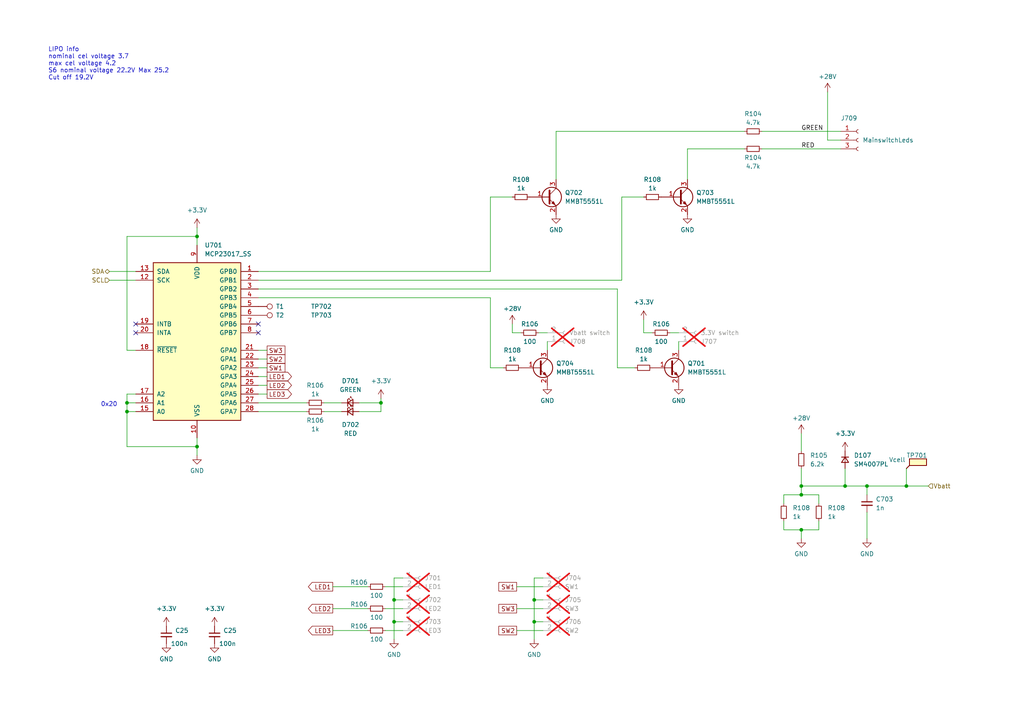
<source format=kicad_sch>
(kicad_sch (version 20230121) (generator eeschema)
  (paper "A4")
  (lib_symbols
    (symbol "Connector:Conn_01x02_Socket" (pin_names (offset 1.016) hide)
      (property "Reference" "J" (at 0 2.54 0))
      (property "Value" "Conn_01x02_Socket" (at 0 -5.08 0))
      (symbol "Conn_01x02_Socket_1_1"
        (arc (start 0 -2.032) (mid -0.5058 -2.54) (end 0 -3.048) (stroke (width 0.1524)))
        (polyline (pts (xy -1.27 -2.54) (xy -0.508 -2.54)) (stroke (width 0.1524)))
        (polyline (pts (xy -1.27 0) (xy -0.508 0)) (stroke (width 0.1524)))
        (arc (start 0 0.508) (mid -0.5058 0) (end 0 -0.508) (stroke (width 0.1524)))
        (pin passive line (at -5.08 0 0) (length 3.81) (name "Pin_1") (number "1"))
        (pin passive line (at -5.08 -2.54 0) (length 3.81) (name "Pin_2") (number "2"))
      )
    )
    (symbol "Connector:Conn_01x03_Socket" (pin_names (offset 1.016) hide)
      (property "Reference" "J" (at 0 5.08 0))
      (property "Value" "Conn_01x03_Socket" (at 0 -5.08 0))
      (symbol "Conn_01x03_Socket_1_1"
        (arc (start 0 -2.032) (mid -0.5058 -2.54) (end 0 -3.048) (stroke (width 0.1524)))
        (polyline (pts (xy -1.27 -2.54) (xy -0.508 -2.54)) (stroke (width 0.1524)))
        (polyline (pts (xy -1.27 0) (xy -0.508 0)) (stroke (width 0.1524)))
        (polyline (pts (xy -1.27 2.54) (xy -0.508 2.54)) (stroke (width 0.1524)))
        (arc (start 0 0.508) (mid -0.5058 0) (end 0 -0.508) (stroke (width 0.1524)))
        (arc (start 0 3.048) (mid -0.5058 2.54) (end 0 2.032) (stroke (width 0.1524)))
        (pin passive line (at -5.08 2.54 0) (length 3.81) (name "Pin_1") (number "1"))
        (pin passive line (at -5.08 0 0) (length 3.81) (name "Pin_2") (number "2"))
        (pin passive line (at -5.08 -2.54 0) (length 3.81) (name "Pin_3") (number "3"))
      )
    )
    (symbol "Connector:TestPoint" (pin_numbers hide) (pin_names (offset 0.762) hide)
      (property "Reference" "TP" (at 0 6.858 0))
      (property "Value" "TestPoint" (at 0 5.08 0))
      (symbol "TestPoint_0_1"
        (circle (center 0 3.302) (radius 0.762))
      )
      (symbol "TestPoint_1_1"
        (pin passive line (at 0 0 90) (length 2.54) (name "1") (number "1"))
      )
    )
    (symbol "Connector:TestPoint_Flag" (pin_numbers hide) (pin_names (offset 0.762) hide)
      (property "Reference" "TP" (at 3.429 1.778 0))
      (property "Value" "TestPoint_Flag" (at 3.302 4.191 0))
      (symbol "TestPoint_Flag_0_1"
        (polyline (pts (xy 0 0) (xy 0.889 0.889)) (stroke (width 0.254)))
        (rectangle (start 0.889 2.794) (end 5.842 0.889) (stroke (width 0.254)) (fill (type background)))
      )
      (symbol "TestPoint_Flag_1_1"
        (pin passive line (at 0 0 90) (length 0) (name "1") (number "1"))
      )
    )
    (symbol "Device:C_Small" (pin_numbers hide) (pin_names (offset 0.254) hide)
      (property "Reference" "C" (at 0.254 1.778 0))
      (property "Value" "C_Small" (at 0.254 -2.032 0))
      (symbol "C_Small_0_1"
        (polyline (pts (xy -1.524 -0.508) (xy 1.524 -0.508)) (stroke (width 0.3302)))
        (polyline (pts (xy -1.524 0.508) (xy 1.524 0.508)) (stroke (width 0.3048)))
      )
      (symbol "C_Small_1_1"
        (pin passive line (at 0 2.54 270) (length 2.032) (name "~") (number "1"))
        (pin passive line (at 0 -2.54 90) (length 2.032) (name "~") (number "2"))
      )
    )
    (symbol "Device:D_Small" (pin_numbers hide) (pin_names (offset 0.254) hide)
      (property "Reference" "D" (at -1.27 2.032 0))
      (property "Value" "D_Small" (at -3.81 -2.032 0))
      (symbol "D_Small_0_1"
        (polyline (pts (xy -0.762 -1.016) (xy -0.762 1.016)) (stroke (width 0.254)))
        (polyline (pts (xy -0.762 0) (xy 0.762 0)))
        (polyline (pts (xy 0.762 -1.016) (xy -0.762 0) (xy 0.762 1.016) (xy 0.762 -1.016)) (stroke (width 0.254)))
      )
      (symbol "D_Small_1_1"
        (pin passive line (at -2.54 0 0) (length 1.778) (name "K") (number "1"))
        (pin passive line (at 2.54 0 180) (length 1.778) (name "A") (number "2"))
      )
    )
    (symbol "Device:LED_Small" (pin_numbers hide) (pin_names (offset 0.254) hide)
      (property "Reference" "D" (at -1.27 3.175 0))
      (property "Value" "LED_Small" (at -4.445 -2.54 0))
      (symbol "LED_Small_0_1"
        (polyline (pts (xy -0.762 -1.016) (xy -0.762 1.016)) (stroke (width 0.254)))
        (polyline (pts (xy 1.016 0) (xy -0.762 0)))
        (polyline (pts (xy 0.762 -1.016) (xy -0.762 0) (xy 0.762 1.016) (xy 0.762 -1.016)) (stroke (width 0.254)))
        (polyline (pts (xy 0 0.762) (xy -0.508 1.27) (xy -0.254 1.27) (xy -0.508 1.27) (xy -0.508 1.016)))
        (polyline (pts (xy 0.508 1.27) (xy 0 1.778) (xy 0.254 1.778) (xy 0 1.778) (xy 0 1.524)))
      )
      (symbol "LED_Small_1_1"
        (pin passive line (at -2.54 0 0) (length 1.778) (name "K") (number "1"))
        (pin passive line (at 2.54 0 180) (length 1.778) (name "A") (number "2"))
      )
    )
    (symbol "Device:R_Small" (pin_numbers hide) (pin_names (offset 0.254) hide)
      (property "Reference" "R" (at 0.762 0.508 0))
      (property "Value" "R_Small" (at 0.762 -1.016 0))
      (symbol "R_Small_0_1"
        (rectangle (start -0.762 1.778) (end 0.762 -1.778) (stroke (width 0.2032)))
      )
      (symbol "R_Small_1_1"
        (pin passive line (at 0 2.54 270) (length 0.762) (name "~") (number "1"))
        (pin passive line (at 0 -2.54 90) (length 0.762) (name "~") (number "2"))
      )
    )
    (symbol "Interface_Expansion:MCP23017_SS" (pin_names (offset 1.016))
      (property "Reference" "U" (at -11.43 24.13 0))
      (property "Value" "MCP23017_SS" (at 0 0 0))
      (symbol "MCP23017_SS_0_1"
        (rectangle (start -12.7 22.86) (end 12.7 -22.86) (stroke (width 0.254)) (fill (type background)))
      )
      (symbol "MCP23017_SS_1_1"
        (pin bidirectional line (at 17.78 20.32 180) (length 5.08) (name "GPB0") (number "1"))
        (pin power_in line (at 0 -27.94 90) (length 5.08) (name "VSS") (number "10"))
        (pin no_connect line (at -12.7 15.24 0) (length 5.08) hide (name "NC") (number "11"))
        (pin input line (at -17.78 17.78 0) (length 5.08) (name "SCK") (number "12"))
        (pin bidirectional line (at -17.78 20.32 0) (length 5.08) (name "SDA") (number "13"))
        (pin no_connect line (at -12.7 12.7 0) (length 5.08) hide (name "NC") (number "14"))
        (pin input line (at -17.78 -20.32 0) (length 5.08) (name "A0") (number "15"))
        (pin input line (at -17.78 -17.78 0) (length 5.08) (name "A1") (number "16"))
        (pin input line (at -17.78 -15.24 0) (length 5.08) (name "A2") (number "17"))
        (pin input line (at -17.78 -2.54 0) (length 5.08) (name "~{RESET}") (number "18"))
        (pin tri_state line (at -17.78 5.08 0) (length 5.08) (name "INTB") (number "19"))
        (pin bidirectional line (at 17.78 17.78 180) (length 5.08) (name "GPB1") (number "2"))
        (pin tri_state line (at -17.78 2.54 0) (length 5.08) (name "INTA") (number "20"))
        (pin bidirectional line (at 17.78 -2.54 180) (length 5.08) (name "GPA0") (number "21"))
        (pin bidirectional line (at 17.78 -5.08 180) (length 5.08) (name "GPA1") (number "22"))
        (pin bidirectional line (at 17.78 -7.62 180) (length 5.08) (name "GPA2") (number "23"))
        (pin bidirectional line (at 17.78 -10.16 180) (length 5.08) (name "GPA3") (number "24"))
        (pin bidirectional line (at 17.78 -12.7 180) (length 5.08) (name "GPA4") (number "25"))
        (pin bidirectional line (at 17.78 -15.24 180) (length 5.08) (name "GPA5") (number "26"))
        (pin bidirectional line (at 17.78 -17.78 180) (length 5.08) (name "GPA6") (number "27"))
        (pin bidirectional line (at 17.78 -20.32 180) (length 5.08) (name "GPA7") (number "28"))
        (pin bidirectional line (at 17.78 15.24 180) (length 5.08) (name "GPB2") (number "3"))
        (pin bidirectional line (at 17.78 12.7 180) (length 5.08) (name "GPB3") (number "4"))
        (pin bidirectional line (at 17.78 10.16 180) (length 5.08) (name "GPB4") (number "5"))
        (pin bidirectional line (at 17.78 7.62 180) (length 5.08) (name "GPB5") (number "6"))
        (pin bidirectional line (at 17.78 5.08 180) (length 5.08) (name "GPB6") (number "7"))
        (pin bidirectional line (at 17.78 2.54 180) (length 5.08) (name "GPB7") (number "8"))
        (pin power_in line (at 0 27.94 270) (length 5.08) (name "VDD") (number "9"))
      )
    )
    (symbol "Transistor_BJT:MMBT5551L" (pin_names (offset 0) hide)
      (property "Reference" "Q" (at 5.08 1.905 0))
      (property "Value" "MMBT5551L" (at 5.08 0 0))
      (symbol "MMBT5551L_0_1"
        (polyline (pts (xy 0.635 0.635) (xy 2.54 2.54)))
        (polyline (pts (xy 0.635 -0.635) (xy 2.54 -2.54) (xy 2.54 -2.54)))
        (polyline (pts (xy 0.635 1.905) (xy 0.635 -1.905) (xy 0.635 -1.905)) (stroke (width 0.508)))
        (polyline (pts (xy 1.27 -1.778) (xy 1.778 -1.27) (xy 2.286 -2.286) (xy 1.27 -1.778) (xy 1.27 -1.778)) (fill (type outline)))
        (circle (center 1.27 0) (radius 2.8194) (stroke (width 0.254)))
      )
      (symbol "MMBT5551L_1_1"
        (pin input line (at -5.08 0 0) (length 5.715) (name "B") (number "1"))
        (pin passive line (at 2.54 -5.08 90) (length 2.54) (name "E") (number "2"))
        (pin passive line (at 2.54 5.08 270) (length 2.54) (name "C") (number "3"))
      )
    )
    (symbol "power:+28V" (power) (pin_names (offset 0))
      (property "Value" "+28V" (at 0 3.81 0))
      (symbol "+28V_0_1"
        (polyline (pts (xy -0.762 1.27) (xy 0 2.54)))
        (polyline (pts (xy 0 0) (xy 0 2.54)))
        (polyline (pts (xy 0 2.54) (xy 0.762 1.27)))
      )
      (symbol "+28V_1_1"
        (pin power_in line (at 0 0 90) (length 0) hide (name "+28V") (number "1"))
      )
    )
    (symbol "power:+3.3V" (power) (pin_names (offset 0))
      (property "Value" "+3.3V" (at 0 3.556 0))
      (symbol "+3.3V_0_1"
        (polyline (pts (xy -0.762 1.27) (xy 0 2.54)))
        (polyline (pts (xy 0 0) (xy 0 2.54)))
        (polyline (pts (xy 0 2.54) (xy 0.762 1.27)))
      )
      (symbol "+3.3V_1_1"
        (pin power_in line (at 0 0 90) (length 0) hide (name "+3.3V") (number "1"))
      )
    )
    (symbol "power:GND" (power) (pin_names (offset 0))
      (property "Value" "GND" (at 0 -3.81 0))
      (symbol "GND_0_1"
        (polyline (pts (xy 0 0) (xy 0 -1.27) (xy 1.27 -1.27) (xy 0 -2.54) (xy -1.27 -1.27) (xy 0 -1.27)))
      )
      (symbol "GND_1_1"
        (pin power_in line (at 0 0 270) (length 0) hide (name "GND") (number "1"))
      )
    )
  )
  (junction (at 57.15 129.54))
  (junction (at 110.49 116.84))
  (junction (at 251.46 140.97))
  (junction (at 154.94 180.34))
  (junction (at 262.89 140.97))
  (junction (at 245.11 140.97))
  (junction (at 114.3 173.99))
  (junction (at 36.83 119.38))
  (junction (at 232.41 153.67))
  (junction (at 154.94 173.99))
  (junction (at 232.41 143.51))
  (junction (at 232.41 140.97))
  (junction (at 57.15 68.58))
  (junction (at 114.3 180.34))
  (junction (at 36.83 116.84))
  (no_connect (at 39.37 96.52))
  (no_connect (at 74.93 93.98))
  (no_connect (at 74.93 96.52))
  (no_connect (at 39.37 93.98))
  (wire (pts (xy 36.83 68.58) (xy 36.83 101.6)))
  (wire (pts (xy 215.9 38.1) (xy 161.29 38.1)))
  (wire (pts (xy 96.52 182.88) (xy 106.68 182.88)))
  (wire (pts (xy 232.41 153.67) (xy 237.49 153.67)))
  (wire (pts (xy 215.9 43.18) (xy 199.39 43.18)))
  (wire (pts (xy 111.76 170.18) (xy 116.84 170.18)))
  (wire (pts (xy 154.94 180.34) (xy 154.94 185.42)))
  (wire (pts (xy 36.83 129.54) (xy 57.15 129.54)))
  (wire (pts (xy 36.83 116.84) (xy 39.37 116.84)))
  (wire (pts (xy 114.3 173.99) (xy 116.84 173.99)))
  (wire (pts (xy 36.83 119.38) (xy 36.83 129.54)))
  (wire (pts (xy 74.93 111.76) (xy 77.47 111.76)))
  (wire (pts (xy 232.41 140.97) (xy 245.11 140.97)))
  (wire (pts (xy 142.24 86.36) (xy 142.24 106.68)))
  (wire (pts (xy 74.93 81.28) (xy 180.34 81.28)))
  (wire (pts (xy 180.34 57.15) (xy 186.69 57.15)))
  (wire (pts (xy 111.76 182.88) (xy 116.84 182.88)))
  (wire (pts (xy 227.33 143.51) (xy 227.33 146.05)))
  (wire (pts (xy 148.59 96.52) (xy 151.13 96.52)))
  (wire (pts (xy 57.15 68.58) (xy 36.83 68.58)))
  (wire (pts (xy 232.41 153.67) (xy 227.33 153.67)))
  (wire (pts (xy 96.52 176.53) (xy 106.68 176.53)))
  (wire (pts (xy 114.3 180.34) (xy 116.84 180.34)))
  (wire (pts (xy 154.94 167.64) (xy 154.94 173.99)))
  (wire (pts (xy 142.24 106.68) (xy 146.05 106.68)))
  (wire (pts (xy 240.03 26.67) (xy 240.03 40.64)))
  (wire (pts (xy 232.41 140.97) (xy 232.41 143.51)))
  (wire (pts (xy 110.49 116.84) (xy 110.49 119.38)))
  (wire (pts (xy 36.83 114.3) (xy 36.83 116.84)))
  (wire (pts (xy 179.07 83.82) (xy 74.93 83.82)))
  (wire (pts (xy 36.83 101.6) (xy 39.37 101.6)))
  (wire (pts (xy 179.07 83.82) (xy 179.07 106.68)))
  (wire (pts (xy 179.07 106.68) (xy 184.15 106.68)))
  (wire (pts (xy 74.93 104.14) (xy 77.47 104.14)))
  (wire (pts (xy 110.49 119.38) (xy 104.14 119.38)))
  (wire (pts (xy 96.52 170.18) (xy 106.68 170.18)))
  (wire (pts (xy 199.39 43.18) (xy 199.39 52.07)))
  (wire (pts (xy 74.93 86.36) (xy 142.24 86.36)))
  (wire (pts (xy 149.86 170.18) (xy 157.48 170.18)))
  (wire (pts (xy 148.59 57.15) (xy 142.24 57.15)))
  (wire (pts (xy 114.3 180.34) (xy 114.3 185.42)))
  (wire (pts (xy 93.98 116.84) (xy 99.06 116.84)))
  (wire (pts (xy 57.15 132.08) (xy 57.15 129.54)))
  (wire (pts (xy 31.75 78.74) (xy 39.37 78.74)))
  (wire (pts (xy 240.03 40.64) (xy 243.84 40.64)))
  (wire (pts (xy 57.15 129.54) (xy 57.15 127)))
  (wire (pts (xy 154.94 173.99) (xy 157.48 173.99)))
  (wire (pts (xy 157.48 167.64) (xy 154.94 167.64)))
  (wire (pts (xy 262.89 140.97) (xy 269.24 140.97)))
  (wire (pts (xy 39.37 114.3) (xy 36.83 114.3)))
  (wire (pts (xy 116.84 167.64) (xy 114.3 167.64)))
  (wire (pts (xy 220.98 43.18) (xy 243.84 43.18)))
  (wire (pts (xy 114.3 173.99) (xy 114.3 180.34)))
  (wire (pts (xy 189.23 96.52) (xy 186.69 96.52)))
  (wire (pts (xy 194.31 96.52) (xy 196.85 96.52)))
  (wire (pts (xy 110.49 115.57) (xy 110.49 116.84)))
  (wire (pts (xy 251.46 140.97) (xy 262.89 140.97)))
  (wire (pts (xy 149.86 176.53) (xy 157.48 176.53)))
  (wire (pts (xy 57.15 68.58) (xy 57.15 71.12)))
  (wire (pts (xy 111.76 176.53) (xy 116.84 176.53)))
  (wire (pts (xy 149.86 182.88) (xy 157.48 182.88)))
  (wire (pts (xy 251.46 140.97) (xy 251.46 143.51)))
  (wire (pts (xy 220.98 38.1) (xy 243.84 38.1)))
  (wire (pts (xy 232.41 125.73) (xy 232.41 130.81)))
  (wire (pts (xy 74.93 114.3) (xy 77.47 114.3)))
  (wire (pts (xy 57.15 66.04) (xy 57.15 68.58)))
  (wire (pts (xy 142.24 57.15) (xy 142.24 78.74)))
  (wire (pts (xy 196.85 99.06) (xy 196.85 101.6)))
  (wire (pts (xy 93.98 119.38) (xy 99.06 119.38)))
  (wire (pts (xy 36.83 119.38) (xy 39.37 119.38)))
  (wire (pts (xy 156.21 96.52) (xy 158.75 96.52)))
  (wire (pts (xy 245.11 135.89) (xy 245.11 140.97)))
  (wire (pts (xy 74.93 78.74) (xy 142.24 78.74)))
  (wire (pts (xy 237.49 146.05) (xy 237.49 143.51)))
  (wire (pts (xy 251.46 148.59) (xy 251.46 156.21)))
  (wire (pts (xy 232.41 153.67) (xy 232.41 156.21)))
  (wire (pts (xy 232.41 143.51) (xy 227.33 143.51)))
  (wire (pts (xy 262.89 135.89) (xy 262.89 140.97)))
  (wire (pts (xy 186.69 96.52) (xy 186.69 92.71)))
  (wire (pts (xy 237.49 151.13) (xy 237.49 153.67)))
  (wire (pts (xy 161.29 38.1) (xy 161.29 52.07)))
  (wire (pts (xy 154.94 180.34) (xy 157.48 180.34)))
  (wire (pts (xy 180.34 81.28) (xy 180.34 57.15)))
  (wire (pts (xy 154.94 173.99) (xy 154.94 180.34)))
  (wire (pts (xy 148.59 93.98) (xy 148.59 96.52)))
  (wire (pts (xy 74.93 119.38) (xy 88.9 119.38)))
  (wire (pts (xy 74.93 109.22) (xy 77.47 109.22)))
  (wire (pts (xy 74.93 106.68) (xy 77.47 106.68)))
  (wire (pts (xy 104.14 116.84) (xy 110.49 116.84)))
  (wire (pts (xy 74.93 101.6) (xy 77.47 101.6)))
  (wire (pts (xy 36.83 116.84) (xy 36.83 119.38)))
  (wire (pts (xy 245.11 140.97) (xy 251.46 140.97)))
  (wire (pts (xy 74.93 116.84) (xy 88.9 116.84)))
  (wire (pts (xy 227.33 151.13) (xy 227.33 153.67)))
  (wire (pts (xy 114.3 167.64) (xy 114.3 173.99)))
  (wire (pts (xy 31.75 81.28) (xy 39.37 81.28)))
  (wire (pts (xy 232.41 135.89) (xy 232.41 140.97)))
  (wire (pts (xy 158.75 99.06) (xy 158.75 101.6)))
  (wire (pts (xy 237.49 143.51) (xy 232.41 143.51)))
  (text "LIPO info\nnominal cel voltage 3.7\nmax cel voltage 4.2\nS6 nominal voltage 22.2V Max 25.2\nCut off 19.2V\n\n" (at 13.97 25.4 0) (effects (font (size 1.27 1.27)) (justify left bottom)))
  (text "0x20" (at 29.21 118.11 0) (effects (font (size 1.27 1.27)) (justify left bottom)))
  (label "GREEN" (at 232.41 38.1 0))
  (label "RED" (at 232.41 43.18 0))
  (global_label "SW2" (shape passive) (at 149.86 182.88 180) (property "Intersheetrefs" "${INTERSHEET_REFS}" (effects hide)))
  (global_label "SW1" (shape passive) (at 149.86 170.18 180) (property "Intersheetrefs" "${INTERSHEET_REFS}" (effects hide)))
  (global_label "LED2" (shape output) (at 96.52 176.53 180) (property "Intersheetrefs" "${INTERSHEET_REFS}" (effects hide)))
  (global_label "LED3" (shape output) (at 77.47 114.3 0) (property "Intersheetrefs" "${INTERSHEET_REFS}" (effects hide)))
  (global_label "LED1" (shape output) (at 77.47 109.22 0) (property "Intersheetrefs" "${INTERSHEET_REFS}" (effects hide)))
  (global_label "LED3" (shape output) (at 96.52 182.88 180) (property "Intersheetrefs" "${INTERSHEET_REFS}" (effects hide)))
  (global_label "LED1" (shape output) (at 96.52 170.18 180) (property "Intersheetrefs" "${INTERSHEET_REFS}" (effects hide)))
  (global_label "SW3" (shape passive) (at 149.86 176.53 180) (property "Intersheetrefs" "${INTERSHEET_REFS}" (effects hide)))
  (global_label "LED2" (shape output) (at 77.47 111.76 0) (property "Intersheetrefs" "${INTERSHEET_REFS}" (effects hide)))
  (global_label "SW3" (shape passive) (at 77.47 101.6 0) (property "Intersheetrefs" "${INTERSHEET_REFS}" (effects hide)))
  (global_label "SW1" (shape passive) (at 77.47 106.68 0) (property "Intersheetrefs" "${INTERSHEET_REFS}" (effects hide)))
  (global_label "SW2" (shape passive) (at 77.47 104.14 0) (property "Intersheetrefs" "${INTERSHEET_REFS}" (effects hide)))
  (hierarchical_label "SDA" (shape bidirectional) (at 31.75 78.74 180))
  (hierarchical_label "Vbatt" (shape input) (at 269.24 140.97 0))
  (hierarchical_label "SCL" (shape input) (at 31.75 81.28 180))
  (symbol (lib_id "Connector:Conn_01x02_Socket") (at 162.56 167.64 0) (unit 1) (in_bom no) (dnp yes)
    (property "Reference" "J704" (at 163.83 167.64 0) (effects (justify left)))
    (property "Value" "SW1" (at 163.83 170.18 0) (effects (justify left)))
    (property "Footprint" "Connector_JST:JST_XH_B2B-XH-A_1x02_P2.50mm_Vertical" (effects hide))
    (property "LCSC" "C158012" (effects hide))
  )
  (symbol (lib_id "Device:R_Small") (at 237.49 148.59 0) (unit 1)
    (property "Reference" "R108" (at 240.03 147.32 0) (effects (justify left)))
    (property "Value" "1k" (at 240.03 149.86 0) (effects (justify left)))
    (property "Footprint" "A_Device:R_0603" (effects hide))
    (instances (project "Nice-Buoy-V1_1" (path "" (reference "R108") (unit 1)) (path "" (reference "R716") (unit 1))))
  )
  (symbol (lib_id "Transistor_BJT:MMBT5551L") (at 194.31 106.68 0) (unit 1)
    (property "Reference" "Q701" (at 199.39 105.41 0) (effects (justify left)))
    (property "Value" "MMBT5551L" (at 199.39 107.95 0) (effects (justify left)))
    (property "Footprint" "Package_TO_SOT_SMD:SOT-23" (effects hide))
    (property "Datasheet" "www.onsemi.com/pub/Collateral/MMBT5550LT1-D.PDF" (effects hide))
  )
  (symbol (lib_id "Connector:Conn_01x02_Socket") (at 162.56 173.99 0) (unit 1) (in_bom no) (dnp yes)
    (property "Reference" "J705" (at 163.83 173.99 0) (effects (justify left)))
    (property "Value" "SW3" (at 163.83 176.53 0) (effects (justify left)))
    (property "Footprint" "Connector_PinHeader_2.54mm:PinHeader_1x02_P2.54mm_Vertical" (effects hide))
    (property "LCSC" "C158012" (effects hide))
  )
  (symbol (lib_id "power:+3.3V") (at 48.26 181.61 0) (unit 1)
    (property "Reference" "#PWR02" (effects hide))
    (property "Value" "+3.3V" (at 48.26 176.53 0))
    (instances (project "Nice-Buoy-V1_1" (path "" (reference "#PWR02") (unit 1)) (path "" (reference "#PWR0701") (unit 1))))
  )
  (symbol (lib_id "Connector:TestPoint_Flag") (at 262.89 135.89 0) (unit 1)
    (property "Reference" "TP701" (at 262.89 132.08 0) (effects (justify left)))
    (property "Value" "Vcell" (at 257.81 133.35 0) (effects (justify left)))
    (property "Footprint" "A_Pads_Pins:Testpoint_0.6x1.0" (effects hide))
  )
  (symbol (lib_id "Device:LED_Small") (at 101.6 119.38 0) (unit 1)
    (property "Reference" "D702" (at 101.6635 123.19 0))
    (property "Value" "RED" (at 101.6635 125.73 0))
    (property "Footprint" "A_Device:LED_0603" (effects hide))
  )
  (symbol (lib_id "Device:R_Small") (at 109.22 170.18 90) (unit 1)
    (property "Reference" "R106" (at 104.14 168.91 90))
    (property "Value" "100" (at 109.22 172.72 90))
    (property "Footprint" "A_Device:R_0603" (effects hide))
    (instances (project "Nice-Buoy-V1_1" (path "" (reference "R106") (unit 1)) (path "" (reference "R703") (unit 1))))
  )
  (symbol (lib_id "Connector:Conn_01x02_Socket") (at 121.92 180.34 0) (unit 1) (in_bom no) (dnp yes)
    (property "Reference" "J703" (at 123.19 180.34 0) (effects (justify left)))
    (property "Value" "LED3" (at 123.19 182.88 0) (effects (justify left)))
    (property "Footprint" "Connector_PinHeader_2.54mm:PinHeader_1x02_P2.54mm_Vertical" (effects hide))
    (property "LCSC" "C158012" (effects hide))
  )
  (symbol (lib_id "power:GND") (at 114.3 185.42 0) (unit 1)
    (property "Reference" "#PWR0121" (effects hide))
    (property "Value" "GND" (at 114.3 189.865 0))
    (instances (project "Nice-Buoy-V1_1" (path "" (reference "#PWR0121") (unit 1)) (path "" (reference "#PWR0709") (unit 1))))
  )
  (symbol (lib_id "Device:R_Small") (at 151.13 57.15 90) (unit 1)
    (property "Reference" "R108" (at 151.13 52.07 90))
    (property "Value" "1k" (at 151.13 54.61 90))
    (property "Footprint" "A_Device:R_0603" (effects hide))
    (instances (project "Nice-Buoy-V1_1" (path "" (reference "R108") (unit 1)) (path "" (reference "R707") (unit 1))))
  )
  (symbol (lib_id "Device:R_Small") (at 218.44 43.18 90) (unit 1)
    (property "Reference" "R104" (at 218.44 45.72 90))
    (property "Value" "4.7k" (at 218.44 48.26 90))
    (property "Footprint" "A_Device:R_0603" (effects hide))
    (instances (project "Nice-Buoy-V1_1" (path "" (reference "R104") (unit 1)) (path "" (reference "R713") (unit 1))))
  )
  (symbol (lib_id "power:+3.3V") (at 245.11 130.81 0) (unit 1)
    (property "Reference" "#PWR0122" (effects hide))
    (property "Value" "+3.3V" (at 245.11 125.73 0))
    (instances (project "Nice-Buoy-V1_1" (path "" (reference "#PWR0122") (unit 1)) (path "" (reference "#PWR0720") (unit 1))))
  )
  (symbol (lib_id "Device:C_Small") (at 48.26 184.15 0) (unit 1)
    (property "Reference" "C25" (at 50.8 182.8862 0) (effects (justify left)))
    (property "Value" "100n" (at 49.53 186.69 0) (effects (justify left)))
    (property "Footprint" "A_Device:C_0603" (effects hide))
    (property "LCSC" "C14663" (effects hide))
    (instances (project "NIKOLA-02-E-001_PCAScannerController_R1" (path "" (reference "C25") (unit 1))) (project "Nice-Buoy-V1_1" (path "" (reference "C701") (unit 1))))
  )
  (symbol (lib_id "power:GND") (at 57.15 132.08 0) (unit 1)
    (property "Reference" "#PWR0121" (effects hide))
    (property "Value" "GND" (at 57.15 136.525 0))
    (instances (project "Nice-Buoy-V1_1" (path "" (reference "#PWR0121") (unit 1)) (path "" (reference "#PWR0704") (unit 1))))
  )
  (symbol (lib_id "Device:LED_Small") (at 101.6 116.84 0) (unit 1)
    (property "Reference" "D701" (at 101.6635 110.49 0))
    (property "Value" "GREEN" (at 101.6635 113.03 0))
    (property "Footprint" "A_Device:LED_0603" (effects hide))
  )
  (symbol (lib_id "power:+28V") (at 148.59 93.98 0) (unit 1)
    (property "Reference" "#PWR0204" (effects hide))
    (property "Value" "+28V" (at 148.59 89.535 0))
    (instances (project "Nice-Buoy-V1_1" (path "" (reference "#PWR0204") (unit 1)) (path "" (reference "#PWR0714") (unit 1))))
  )
  (symbol (lib_id "power:+28V") (at 232.41 125.73 0) (unit 1)
    (property "Reference" "#PWR0204" (effects hide))
    (property "Value" "+28V" (at 232.41 121.285 0))
    (instances (project "Nice-Buoy-V1_1" (path "" (reference "#PWR0204") (unit 1)) (path "" (reference "#PWR0717") (unit 1))))
  )
  (symbol (lib_id "power:GND") (at 161.29 62.23 0) (unit 1)
    (property "Reference" "#PWR0121" (effects hide))
    (property "Value" "GND" (at 161.29 66.675 0))
    (instances (project "Nice-Buoy-V1_1" (path "" (reference "#PWR0121") (unit 1)) (path "" (reference "#PWR0713") (unit 1))))
  )
  (symbol (lib_id "Device:R_Small") (at 189.23 57.15 90) (unit 1)
    (property "Reference" "R108" (at 189.23 52.07 90))
    (property "Value" "1k" (at 189.23 54.61 90))
    (property "Footprint" "A_Device:R_0603" (effects hide))
    (instances (project "Nice-Buoy-V1_1" (path "" (reference "R108") (unit 1)) (path "" (reference "R709") (unit 1))))
  )
  (symbol (lib_id "Device:R_Small") (at 109.22 176.53 90) (unit 1)
    (property "Reference" "R106" (at 104.14 175.26 90))
    (property "Value" "100" (at 109.22 179.07 90))
    (property "Footprint" "A_Device:R_0603" (effects hide))
    (instances (project "Nice-Buoy-V1_1" (path "" (reference "R106") (unit 1)) (path "" (reference "R704") (unit 1))))
  )
  (symbol (lib_id "Device:R_Small") (at 91.44 119.38 90) (unit 1)
    (property "Reference" "R106" (at 91.44 121.92 90))
    (property "Value" "1k" (at 91.44 124.46 90))
    (property "Footprint" "A_Device:R_0603" (effects hide))
    (instances (project "Nice-Buoy-V1_1" (path "" (reference "R106") (unit 1)) (path "" (reference "R702") (unit 1))))
  )
  (symbol (lib_id "Device:R_Small") (at 109.22 182.88 90) (unit 1)
    (property "Reference" "R106" (at 104.14 181.61 90))
    (property "Value" "100" (at 109.22 185.42 90))
    (property "Footprint" "A_Device:R_0603" (effects hide))
    (instances (project "Nice-Buoy-V1_1" (path "" (reference "R106") (unit 1)) (path "" (reference "R705") (unit 1))))
  )
  (symbol (lib_id "power:GND") (at 62.23 186.69 0) (unit 1)
    (property "Reference" "#PWR0121" (effects hide))
    (property "Value" "GND" (at 62.23 191.135 0))
    (instances (project "Nice-Buoy-V1_1" (path "" (reference "#PWR0121") (unit 1)) (path "" (reference "#PWR0706") (unit 1))))
  )
  (symbol (lib_id "power:GND") (at 199.39 62.23 0) (unit 1)
    (property "Reference" "#PWR0121" (effects hide))
    (property "Value" "GND" (at 199.39 66.675 0))
    (instances (project "Nice-Buoy-V1_1" (path "" (reference "#PWR0121") (unit 1)) (path "" (reference "#PWR0715") (unit 1))))
  )
  (symbol (lib_id "power:+3.3V") (at 186.69 92.71 0) (unit 1)
    (property "Reference" "#PWR0122" (effects hide))
    (property "Value" "+3.3V" (at 186.69 87.63 0))
    (instances (project "Nice-Buoy-V1_1" (path "" (reference "#PWR0122") (unit 1)) (path "" (reference "#PWR0710") (unit 1))))
  )
  (symbol (lib_id "power:+3.3V") (at 62.23 181.61 0) (unit 1)
    (property "Reference" "#PWR02" (effects hide))
    (property "Value" "+3.3V" (at 62.23 176.53 0))
    (instances (project "Nice-Buoy-V1_1" (path "" (reference "#PWR02") (unit 1)) (path "" (reference "#PWR0705") (unit 1))))
  )
  (symbol (lib_id "power:+28V") (at 240.03 26.67 0) (unit 1)
    (property "Reference" "#PWR0204" (effects hide))
    (property "Value" "+28V" (at 240.03 22.225 0))
    (instances (project "Nice-Buoy-V1_1" (path "" (reference "#PWR0204") (unit 1)) (path "" (reference "#PWR0719") (unit 1))))
  )
  (symbol (lib_id "Device:C_Small") (at 251.46 146.05 0) (unit 1)
    (property "Reference" "C703" (at 254 144.7863 0) (effects (justify left)))
    (property "Value" "1n" (at 254 147.3263 0) (effects (justify left)))
    (property "Footprint" "A_Device:C_0603" (effects hide))
    (property "LCSC" "C1588" (effects hide))
  )
  (symbol (lib_id "Device:R_Small") (at 227.33 148.59 0) (unit 1)
    (property "Reference" "R108" (at 229.87 147.32 0) (effects (justify left)))
    (property "Value" "1k" (at 229.87 149.86 0) (effects (justify left)))
    (property "Footprint" "A_Device:R_0603" (effects hide))
    (instances (project "Nice-Buoy-V1_1" (path "" (reference "R108") (unit 1)) (path "" (reference "R714") (unit 1))))
  )
  (symbol (lib_id "power:GND") (at 158.75 111.76 0) (unit 1)
    (property "Reference" "#PWR0121" (effects hide))
    (property "Value" "GND" (at 158.75 116.205 0))
    (instances (project "Nice-Buoy-V1_1" (path "" (reference "#PWR0121") (unit 1)) (path "" (reference "#PWR0716") (unit 1))))
  )
  (symbol (lib_id "Transistor_BJT:MMBT5551L") (at 158.75 57.15 0) (unit 1)
    (property "Reference" "Q702" (at 163.83 55.88 0) (effects (justify left)))
    (property "Value" "MMBT5551L" (at 163.83 58.42 0) (effects (justify left)))
    (property "Footprint" "Package_TO_SOT_SMD:SOT-23" (effects hide))
    (property "Datasheet" "www.onsemi.com/pub/Collateral/MMBT5550LT1-D.PDF" (effects hide))
  )
  (symbol (lib_id "Connector:Conn_01x03_Socket") (at 248.92 40.64 0) (unit 1)
    (property "Reference" "J709" (at 243.84 34.29 0) (effects (justify left)))
    (property "Value" "MainswitchLeds" (at 250.19 40.64 0) (effects (justify left)))
    (property "Footprint" "Connector_JST:JST_XH_B3B-XH-A_1x03_P2.50mm_Vertical" (effects hide))
    (property "LCSC" "C161870" (effects hide))
  )
  (symbol (lib_id "Device:R_Small") (at 218.44 38.1 270) (unit 1)
    (property "Reference" "R104" (at 218.44 33.02 90))
    (property "Value" "4.7k" (at 218.44 35.56 90))
    (property "Footprint" "A_Device:R_0603" (effects hide))
    (instances (project "Nice-Buoy-V1_1" (path "" (reference "R104") (unit 1)) (path "" (reference "R712") (unit 1))))
  )
  (symbol (lib_id "Device:C_Small") (at 62.23 184.15 0) (unit 1)
    (property "Reference" "C25" (at 64.77 182.8862 0) (effects (justify left)))
    (property "Value" "100n" (at 63.5 186.69 0) (effects (justify left)))
    (property "Footprint" "A_Device:C_0603" (effects hide))
    (property "LCSC" "C14663" (effects hide))
    (instances (project "NIKOLA-02-E-001_PCAScannerController_R1" (path "" (reference "C25") (unit 1))) (project "Nice-Buoy-V1_1" (path "" (reference "C702") (unit 1))))
  )
  (symbol (lib_id "Connector:Conn_01x02_Socket") (at 121.92 167.64 0) (unit 1) (in_bom no) (dnp yes)
    (property "Reference" "J701" (at 123.19 167.64 0) (effects (justify left)))
    (property "Value" "LED1" (at 123.19 170.18 0) (effects (justify left)))
    (property "Footprint" "Connector_JST:JST_XH_B2B-XH-A_1x02_P2.50mm_Vertical" (effects hide))
    (property "LCSC" "C158012" (effects hide))
  )
  (symbol (lib_id "Device:R_Small") (at 91.44 116.84 90) (unit 1)
    (property "Reference" "R106" (at 91.44 111.76 90))
    (property "Value" "1k" (at 91.44 114.3 90))
    (property "Footprint" "A_Device:R_0603" (effects hide))
    (instances (project "Nice-Buoy-V1_1" (path "" (reference "R106") (unit 1)) (path "" (reference "R701") (unit 1))))
  )
  (symbol (lib_id "Device:R_Small") (at 186.69 106.68 90) (unit 1)
    (property "Reference" "R108" (at 186.69 101.6 90))
    (property "Value" "1k" (at 186.69 104.14 90))
    (property "Footprint" "A_Device:R_0603" (effects hide))
    (instances (project "Nice-Buoy-V1_1" (path "" (reference "R108") (unit 1)) (path "" (reference "R706") (unit 1))))
  )
  (symbol (lib_id "Device:R_Small") (at 148.59 106.68 90) (unit 1)
    (property "Reference" "R108" (at 148.59 101.6 90))
    (property "Value" "1k" (at 148.59 104.14 90))
    (property "Footprint" "A_Device:R_0603" (effects hide))
    (instances (project "Nice-Buoy-V1_1" (path "" (reference "R108") (unit 1)) (path "" (reference "R710") (unit 1))))
  )
  (symbol (lib_id "Connector:Conn_01x02_Socket") (at 201.93 99.06 0) (mirror x) (unit 1) (in_bom no) (dnp yes)
    (property "Reference" "J707" (at 203.2 99.06 0) (effects (justify left)))
    (property "Value" "3.3V switch" (at 203.2 96.52 0) (effects (justify left)))
    (property "Footprint" "Connector_PinHeader_2.54mm:PinHeader_1x02_P2.54mm_Vertical" (effects hide))
    (property "LCSC" "C158012" (effects hide))
  )
  (symbol (lib_id "Device:R_Small") (at 153.67 96.52 90) (unit 1)
    (property "Reference" "R106" (at 153.67 93.98 90))
    (property "Value" "100" (at 153.67 99.06 90))
    (property "Footprint" "A_Device:R_0603" (effects hide))
    (instances (project "Nice-Buoy-V1_1" (path "" (reference "R106") (unit 1)) (path "" (reference "R711") (unit 1))))
  )
  (symbol (lib_id "Connector:Conn_01x02_Socket") (at 162.56 180.34 0) (unit 1) (in_bom no) (dnp yes)
    (property "Reference" "J706" (at 163.83 180.34 0) (effects (justify left)))
    (property "Value" "SW2" (at 163.83 182.88 0) (effects (justify left)))
    (property "Footprint" "Connector_PinHeader_2.54mm:PinHeader_1x02_P2.54mm_Vertical" (effects hide))
    (property "LCSC" "C158012" (effects hide))
  )
  (symbol (lib_id "power:GND") (at 196.85 111.76 0) (unit 1)
    (property "Reference" "#PWR0121" (effects hide))
    (property "Value" "GND" (at 196.85 116.205 0))
    (instances (project "Nice-Buoy-V1_1" (path "" (reference "#PWR0121") (unit 1)) (path "" (reference "#PWR0712") (unit 1))))
  )
  (symbol (lib_id "Device:R_Small") (at 232.41 133.35 0) (unit 1)
    (property "Reference" "R105" (at 234.95 132.08 0) (effects (justify left)))
    (property "Value" "6.2k" (at 234.95 134.62 0) (effects (justify left)))
    (property "Footprint" "A_Device:R_0603" (effects hide))
    (instances (project "Nice-Buoy-V1_1" (path "" (reference "R105") (unit 1)) (path "" (reference "R715") (unit 1))))
  )
  (symbol (lib_id "power:GND") (at 154.94 185.42 0) (unit 1)
    (property "Reference" "#PWR0121" (effects hide))
    (property "Value" "GND" (at 154.94 189.865 0))
    (instances (project "Nice-Buoy-V1_1" (path "" (reference "#PWR0121") (unit 1)) (path "" (reference "#PWR0711") (unit 1))))
  )
  (symbol (lib_id "Connector:TestPoint") (at 74.93 91.44 270) (unit 1)
    (property "Reference" "TP703" (at 90.17 91.44 90) (effects (justify left)))
    (property "Value" "T2" (at 80.01 91.44 90) (effects (justify left)))
    (property "Footprint" "A_Pads_Pins:Testpoint_0.4x0.7" (effects hide))
  )
  (symbol (lib_id "Connector:Conn_01x02_Socket") (at 121.92 173.99 0) (unit 1) (in_bom no) (dnp yes)
    (property "Reference" "J702" (at 123.19 173.99 0) (effects (justify left)))
    (property "Value" "LED2" (at 123.19 176.53 0) (effects (justify left)))
    (property "Footprint" "Connector_PinHeader_2.54mm:PinHeader_1x02_P2.54mm_Vertical" (effects hide))
    (property "LCSC" "C158012" (effects hide))
  )
  (symbol (lib_id "power:+3.3V") (at 57.15 66.04 0) (unit 1)
    (property "Reference" "#PWR02" (effects hide))
    (property "Value" "+3.3V" (at 57.15 60.96 0))
    (instances (project "Nice-Buoy-V1_1" (path "" (reference "#PWR02") (unit 1)) (path "" (reference "#PWR0703") (unit 1))))
  )
  (symbol (lib_id "Device:R_Small") (at 191.77 96.52 90) (unit 1)
    (property "Reference" "R106" (at 191.77 93.98 90))
    (property "Value" "100" (at 191.77 99.06 90))
    (property "Footprint" "A_Device:R_0603" (effects hide))
    (instances (project "Nice-Buoy-V1_1" (path "" (reference "R106") (unit 1)) (path "" (reference "R708") (unit 1))))
  )
  (symbol (lib_id "Transistor_BJT:MMBT5551L") (at 196.85 57.15 0) (unit 1)
    (property "Reference" "Q703" (at 201.93 55.88 0) (effects (justify left)))
    (property "Value" "MMBT5551L" (at 201.93 58.42 0) (effects (justify left)))
    (property "Footprint" "Package_TO_SOT_SMD:SOT-23" (effects hide))
    (property "Datasheet" "www.onsemi.com/pub/Collateral/MMBT5550LT1-D.PDF" (effects hide))
  )
  (symbol (lib_id "power:GND") (at 48.26 186.69 0) (unit 1)
    (property "Reference" "#PWR0121" (effects hide))
    (property "Value" "GND" (at 48.26 191.135 0))
    (instances (project "Nice-Buoy-V1_1" (path "" (reference "#PWR0121") (unit 1)) (path "" (reference "#PWR0702") (unit 1))))
  )
  (symbol (lib_id "Transistor_BJT:MMBT5551L") (at 156.21 106.68 0) (unit 1)
    (property "Reference" "Q704" (at 161.29 105.41 0) (effects (justify left)))
    (property "Value" "MMBT5551L" (at 161.29 107.95 0) (effects (justify left)))
    (property "Footprint" "Package_TO_SOT_SMD:SOT-23" (effects hide))
    (property "Datasheet" "www.onsemi.com/pub/Collateral/MMBT5550LT1-D.PDF" (effects hide))
  )
  (symbol (lib_id "Connector:Conn_01x02_Socket") (at 163.83 99.06 0) (mirror x) (unit 1) (in_bom no) (dnp yes)
    (property "Reference" "J708" (at 165.1 99.06 0) (effects (justify left)))
    (property "Value" "Vbatt switch" (at 165.1 96.52 0) (effects (justify left)))
    (property "Footprint" "Connector_PinHeader_2.54mm:PinHeader_1x02_P2.54mm_Vertical" (effects hide))
    (property "LCSC" "C158012" (effects hide))
  )
  (symbol (lib_id "power:GND") (at 251.46 156.21 0) (unit 1)
    (property "Reference" "#PWR0121" (effects hide))
    (property "Value" "GND" (at 251.46 160.655 0))
    (instances (project "Nice-Buoy-V1_1" (path "" (reference "#PWR0121") (unit 1)) (path "" (reference "#PWR0721") (unit 1))))
  )
  (symbol (lib_id "Device:D_Small") (at 245.11 133.35 270) (unit 1)
    (property "Reference" "D107" (at 247.65 132.08 90) (effects (justify left)))
    (property "Value" "SM4007PL" (at 247.65 134.62 90) (effects (justify left)))
    (property "Footprint" "A_Device:D_SOD-123_2.85x1.8x1.3" (effects hide))
    (property "Datasheet" "https://datasheet.lcsc.com/lcsc/1809301215_MDD-Microdiode-Electronics--SM4007PL_C64898.pdf" (effects hide))
    (property "Sim.Device" "D" (effects hide))
    (property "Sim.Pins" "1=K 2=A" (effects hide))
    (property "LCSC" "C64898" (effects hide))
    (instances (project "Nice-Buoy-V1_1" (path "" (reference "D107") (unit 1)) (path "" (reference "D703") (unit 1))))
  )
  (symbol (lib_id "Connector:TestPoint") (at 74.93 88.9 270) (unit 1)
    (property "Reference" "TP702" (at 90.17 88.9 90) (effects (justify left)))
    (property "Value" "T1" (at 80.01 88.9 90) (effects (justify left)))
    (property "Footprint" "A_Pads_Pins:Testpoint_0.4x0.7" (effects hide))
  )
  (symbol (lib_id "power:GND") (at 232.41 156.21 0) (unit 1)
    (property "Reference" "#PWR0121" (effects hide))
    (property "Value" "GND" (at 232.41 160.655 0))
    (instances (project "Nice-Buoy-V1_1" (path "" (reference "#PWR0121") (unit 1)) (path "" (reference "#PWR0718") (unit 1))))
  )
  (symbol (lib_id "Interface_Expansion:MCP23017_SS") (at 57.15 99.06 0) (unit 1)
    (property "Reference" "U701" (at 59.3441 71.12 0) (effects (justify left)))
    (property "Value" "MCP23017_SS" (at 59.3441 73.66 0) (effects (justify left)))
    (property "Footprint" "Package_SO:SSOP-28_5.3x10.2mm_P0.65mm" (effects hide))
    (property "Datasheet" "http://ww1.microchip.com/downloads/en/DeviceDoc/20001952C.pdf" (effects hide))
  )
  (symbol (lib_id "power:+3.3V") (at 110.49 115.57 0) (unit 1)
    (property "Reference" "#PWR02" (effects hide))
    (property "Value" "+3.3V" (at 110.49 110.49 0))
    (instances (project "Nice-Buoy-V1_1" (path "" (reference "#PWR02") (unit 1)) (path "" (reference "#PWR0707") (unit 1))))
  )
)
</source>
